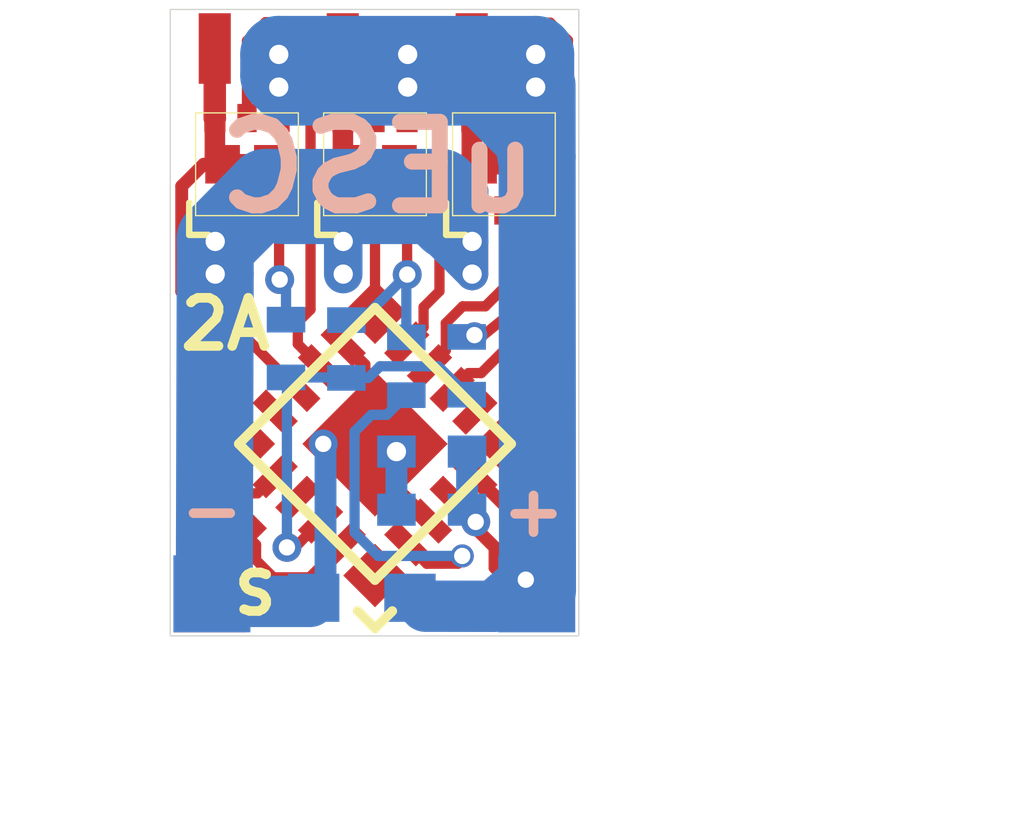
<source format=kicad_pcb>
(kicad_pcb (version 4) (host pcbnew 4.0.7)

  (general
    (links 51)
    (no_connects 1)
    (area 148.271701 89.587549 154.655664 99.365624)
    (thickness 0.8)
    (drawings 11)
    (tracks 235)
    (zones 0)
    (modules 22)
    (nets 23)
  )

  (page A4)
  (layers
    (0 F.Cu signal)
    (31 B.Cu signal)
    (32 B.Adhes user)
    (33 F.Adhes user)
    (34 B.Paste user)
    (35 F.Paste user)
    (36 B.SilkS user)
    (37 F.SilkS user)
    (38 B.Mask user)
    (39 F.Mask user)
    (40 Dwgs.User user)
    (41 Cmts.User user)
    (42 Eco1.User user)
    (43 Eco2.User user)
    (44 Edge.Cuts user)
    (45 Margin user)
    (46 B.CrtYd user)
    (47 F.CrtYd user)
    (48 B.Fab user)
    (49 F.Fab user)
  )

  (setup
    (last_trace_width 0.2)
    (user_trace_width 0.2)
    (user_trace_width 0.32)
    (user_trace_width 0.35)
    (user_trace_width 0.5)
    (user_trace_width 0.6)
    (user_trace_width 0.8)
    (user_trace_width 1.2)
    (trace_clearance 0.16)
    (zone_clearance 0.508)
    (zone_45_only no)
    (trace_min 0.16)
    (segment_width 0.2)
    (edge_width 0.02)
    (via_size 0.4)
    (via_drill 0.254)
    (via_min_size 0.36)
    (via_min_drill 0.254)
    (user_via 0.36 0.254)
    (user_via 0.4 0.254)
    (user_via 0.45 0.254)
    (user_via 0.5 0.3)
    (uvia_size 0.3)
    (uvia_drill 0.1)
    (uvias_allowed no)
    (uvia_min_size 0.2)
    (uvia_min_drill 0.1)
    (pcb_text_width 0.3)
    (pcb_text_size 1.5 1.5)
    (mod_edge_width 0.15)
    (mod_text_size 1 1)
    (mod_text_width 0.15)
    (pad_size 1.524 1.524)
    (pad_drill 0.762)
    (pad_to_mask_clearance 0.05)
    (aux_axis_origin 0 0)
    (visible_elements 7FFFFF7F)
    (pcbplotparams
      (layerselection 0x00030_80000001)
      (usegerberextensions false)
      (excludeedgelayer true)
      (linewidth 0.150000)
      (plotframeref false)
      (viasonmask false)
      (mode 1)
      (useauxorigin false)
      (hpglpennumber 1)
      (hpglpenspeed 20)
      (hpglpendiameter 15)
      (hpglpenoverlay 2)
      (psnegative false)
      (psa4output false)
      (plotreference true)
      (plotvalue true)
      (plotinvisibletext false)
      (padsonsilk false)
      (subtractmaskfromsilk false)
      (outputformat 1)
      (mirror false)
      (drillshape 1)
      (scaleselection 1)
      (outputdirectory ""))
  )

  (net 0 "")
  (net 1 VCC)
  (net 2 GND)
  (net 3 /M_A)
  (net 4 /M_B)
  (net 5 /M_C)
  (net 6 "Net-(Q1-Pad5)")
  (net 7 "Net-(Q1-Pad2)")
  (net 8 "Net-(Q2-Pad5)")
  (net 9 "Net-(Q2-Pad2)")
  (net 10 "Net-(Q3-Pad5)")
  (net 11 "Net-(Q3-Pad2)")
  (net 12 "Net-(R1-Pad1)")
  (net 13 "Net-(R4-Pad2)")
  (net 14 "Net-(R5-Pad2)")
  (net 15 "Net-(R6-Pad2)")
  (net 16 /C2CK)
  (net 17 /RC)
  (net 18 /C2D)
  (net 19 "Net-(U1-Pad16)")
  (net 20 "Net-(U1-Pad15)")
  (net 21 "Net-(U1-Pad18)")
  (net 22 "Net-(U1-Pad7)")

  (net_class Default "This is the default net class."
    (clearance 0.16)
    (trace_width 0.16)
    (via_dia 0.4)
    (via_drill 0.254)
    (uvia_dia 0.3)
    (uvia_drill 0.1)
    (add_net /C2CK)
    (add_net /C2D)
    (add_net /M_A)
    (add_net /M_B)
    (add_net /M_C)
    (add_net /RC)
    (add_net "Net-(Q1-Pad2)")
    (add_net "Net-(Q1-Pad5)")
    (add_net "Net-(Q2-Pad2)")
    (add_net "Net-(Q2-Pad5)")
    (add_net "Net-(Q3-Pad2)")
    (add_net "Net-(Q3-Pad5)")
    (add_net "Net-(R1-Pad1)")
    (add_net "Net-(R4-Pad2)")
    (add_net "Net-(R5-Pad2)")
    (add_net "Net-(R6-Pad2)")
    (add_net "Net-(U1-Pad15)")
    (add_net "Net-(U1-Pad16)")
    (add_net "Net-(U1-Pad18)")
    (add_net "Net-(U1-Pad7)")
  )

  (net_class GND ""
    (clearance 0.16)
    (trace_width 0.34)
    (via_dia 0.5)
    (via_drill 0.3)
    (uvia_dia 0.3)
    (uvia_drill 0.1)
    (add_net GND)
  )

  (net_class VCC ""
    (clearance 0.16)
    (trace_width 0.34)
    (via_dia 0.5)
    (via_drill 0.3)
    (uvia_dia 0.3)
    (uvia_drill 0.1)
    (add_net VCC)
  )

  (module RC_PAD_TRIANGLE (layer F.Cu) (tedit 59EE004C) (tstamp 59EDFDC3)
    (at 148.621113 99.016212 135)
    (path /59EDFE82)
    (fp_text reference J4 (at 0 1.6 135) (layer F.SilkS) hide
      (effects (font (size 1 1) (thickness 0.15)))
    )
    (fp_text value RC (at -0.1 -1.6 135) (layer F.Fab) hide
      (effects (font (size 1 1) (thickness 0.15)))
    )
    (pad 1 smd trapezoid (at 0 0 135) (size 0.8 0.8) (rect_delta 0 0.799 ) (layers F.Cu F.Paste F.Mask)
      (net 17 /RC))
  )

  (module Capacitors_SMD:C_0603 (layer B.Cu) (tedit 59EE000B) (tstamp 59E46930)
    (at 151.265693 98.761653)
    (descr "Capacitor SMD 0603, reflow soldering, AVX (see smccp.pdf)")
    (tags "capacitor 0603")
    (path /59A82F24)
    (attr smd)
    (fp_text reference C1 (at 0 1.5) (layer B.SilkS) hide
      (effects (font (size 1 1) (thickness 0.15)) (justify mirror))
    )
    (fp_text value 47uf (at 0 -1.5) (layer B.Fab) hide
      (effects (font (size 1 1) (thickness 0.15)) (justify mirror))
    )
    (fp_line (start 1.4 -0.65) (end -1.4 -0.65) (layer B.CrtYd) (width 0.05))
    (fp_line (start 1.4 -0.65) (end 1.4 0.65) (layer B.CrtYd) (width 0.05))
    (fp_line (start -1.4 0.65) (end -1.4 -0.65) (layer B.CrtYd) (width 0.05))
    (fp_line (start -1.4 0.65) (end 1.4 0.65) (layer B.CrtYd) (width 0.05))
    (fp_line (start -0.8 0.4) (end 0.8 0.4) (layer B.Fab) (width 0.1))
    (fp_line (start 0.8 0.4) (end 0.8 -0.4) (layer B.Fab) (width 0.1))
    (fp_line (start 0.8 -0.4) (end -0.8 -0.4) (layer B.Fab) (width 0.1))
    (fp_line (start -0.8 -0.4) (end -0.8 0.4) (layer B.Fab) (width 0.1))
    (fp_text user %R (at 0 0) (layer B.Fab)
      (effects (font (size 0.3 0.3) (thickness 0.075)) (justify mirror))
    )
    (pad 2 smd rect (at 0.75 0) (size 0.8 0.75) (layers B.Cu B.Paste B.Mask)
      (net 1 VCC))
    (pad 1 smd rect (at -0.75 0) (size 0.8 0.75) (layers B.Cu B.Paste B.Mask)
      (net 2 GND))
    (model Capacitors_SMD.3dshapes/C_0603.wrl
      (at (xyz 0 0 0))
      (scale (xyz 1 1 1))
      (rotate (xyz 0 0 0))
    )
  )

  (module KiCadCustomLibs:ESC_MOT_PAD_THIN (layer F.Cu) (tedit 59E48129) (tstamp 59E4695D)
    (at 152.976891 90.205661 90)
    (path /59A81475)
    (fp_text reference J3 (at 0 1.6 90) (layer F.SilkS) hide
      (effects (font (size 1 1) (thickness 0.15)))
    )
    (fp_text value C (at -0.1 -1.6 90) (layer F.Fab) hide
      (effects (font (size 1 1) (thickness 0.15)))
    )
    (pad 1 smd rect (at 0 0 90) (size 1.1 0.5) (layers F.Cu F.Paste F.Mask)
      (net 5 /M_C))
  )

  (module Capacitors_SMD:C_0402_NoSilk (layer B.Cu) (tedit 59E49942) (tstamp 59E4693F)
    (at 152.354637 96.48477)
    (descr "Capacitor SMD 0402, reflow soldering, AVX (see smccp.pdf)")
    (tags "capacitor 0402")
    (path /59A82FE9)
    (attr smd)
    (fp_text reference C2 (at 0 1.270001) (layer B.SilkS) hide
      (effects (font (size 1 1) (thickness 0.15)) (justify mirror))
    )
    (fp_text value 100n (at 0 -1.270001) (layer B.Fab) hide
      (effects (font (size 1 1) (thickness 0.15)) (justify mirror))
    )
    (fp_text user %R (at 0 1.270001) (layer B.Fab) hide
      (effects (font (size 1 1) (thickness 0.15)) (justify mirror))
    )
    (fp_line (start -0.5 -0.25) (end -0.5 0.25) (layer B.Fab) (width 0.1))
    (fp_line (start 0.5 -0.25) (end -0.5 -0.25) (layer B.Fab) (width 0.1))
    (fp_line (start 0.5 0.25) (end 0.5 -0.25) (layer B.Fab) (width 0.1))
    (fp_line (start -0.5 0.25) (end 0.5 0.25) (layer B.Fab) (width 0.1))
    (fp_line (start -1 0.4) (end 1 0.4) (layer B.CrtYd) (width 0.05))
    (fp_line (start -1 0.4) (end -1 -0.4) (layer B.CrtYd) (width 0.05))
    (fp_line (start 1 -0.4) (end 1 0.4) (layer B.CrtYd) (width 0.05))
    (fp_line (start 1 -0.4) (end -1 -0.4) (layer B.CrtYd) (width 0.05))
    (pad 1 smd rect (at -0.55 0) (size 0.6 0.5) (layers B.Cu B.Paste B.Mask)
      (net 2 GND))
    (pad 2 smd rect (at 0.55 0) (size 0.6 0.5) (layers B.Cu B.Paste B.Mask)
      (net 1 VCC))
    (model Capacitors_SMD.3dshapes/C_0402.wrl
      (at (xyz 0 0 0))
      (scale (xyz 1 1 1))
      (rotate (xyz 0 0 0))
    )
  )

  (module Capacitors_SMD:C_0402_NoSilk (layer B.Cu) (tedit 59E4996B) (tstamp 59E4694E)
    (at 152.354637 97.389866)
    (descr "Capacitor SMD 0402, reflow soldering, AVX (see smccp.pdf)")
    (tags "capacitor 0402")
    (path /59ADAC97)
    (attr smd)
    (fp_text reference C3 (at 0 1.270001) (layer B.SilkS) hide
      (effects (font (size 1 1) (thickness 0.15)) (justify mirror))
    )
    (fp_text value 10uf (at 0 -1.270001) (layer B.Fab) hide
      (effects (font (size 1 1) (thickness 0.15)) (justify mirror))
    )
    (fp_text user %R (at 0 1.270001) (layer B.Fab) hide
      (effects (font (size 1 1) (thickness 0.15)) (justify mirror))
    )
    (fp_line (start -0.5 -0.25) (end -0.5 0.25) (layer B.Fab) (width 0.1))
    (fp_line (start 0.5 -0.25) (end -0.5 -0.25) (layer B.Fab) (width 0.1))
    (fp_line (start 0.5 0.25) (end 0.5 -0.25) (layer B.Fab) (width 0.1))
    (fp_line (start -0.5 0.25) (end 0.5 0.25) (layer B.Fab) (width 0.1))
    (fp_line (start -1 0.4) (end 1 0.4) (layer B.CrtYd) (width 0.05))
    (fp_line (start -1 0.4) (end -1 -0.4) (layer B.CrtYd) (width 0.05))
    (fp_line (start 1 -0.4) (end 1 0.4) (layer B.CrtYd) (width 0.05))
    (fp_line (start 1 -0.4) (end -1 -0.4) (layer B.CrtYd) (width 0.05))
    (pad 1 smd rect (at -0.55 0) (size 0.6 0.5) (layers B.Cu B.Paste B.Mask)
      (net 2 GND))
    (pad 2 smd rect (at 0.55 0) (size 0.6 0.5) (layers B.Cu B.Paste B.Mask)
      (net 1 VCC))
    (model Capacitors_SMD.3dshapes/C_0402.wrl
      (at (xyz 0 0 0))
      (scale (xyz 1 1 1))
      (rotate (xyz 0 0 0))
    )
  )

  (module KiCadCustomLibs:MicroFet-1.6 (layer F.Cu) (tedit 59E4697F) (tstamp 59E4696F)
    (at 149.476713 92.008784)
    (path /59AD6306)
    (fp_text reference Q1 (at -0.1 6.6) (layer F.SilkS) hide
      (effects (font (size 1 1) (thickness 0.15)))
    )
    (fp_text value DUAL_NP (at 0.4 -9) (layer F.Fab) hide
      (effects (font (size 1 1) (thickness 0.15)))
    )
    (fp_line (start -0.6 1.1) (end -0.9 1.1) (layer F.SilkS) (width 0.1))
    (fp_line (start -0.9 1.1) (end -0.9 0.6) (layer F.SilkS) (width 0.1))
    (fp_line (start -0.8 -0.8) (end 0.8 -0.8) (layer F.SilkS) (width 0.02))
    (fp_line (start 0.8 -0.8) (end 0.8 0.8) (layer F.SilkS) (width 0.02))
    (fp_line (start 0.8 0.8) (end -0.8 0.8) (layer F.SilkS) (width 0.02))
    (fp_line (start -0.8 0.8) (end -0.8 -0.8) (layer F.SilkS) (width 0.02))
    (pad 3 smd rect (at 0.38 0) (size 0.54 0.6) (layers F.Cu F.Paste F.Mask)
      (net 3 /M_A))
    (pad 6 smd rect (at -0.38 0) (size 0.54 0.6) (layers F.Cu F.Paste F.Mask)
      (net 3 /M_A))
    (pad 6 smd rect (at -0.5 -0.72) (size 0.33 0.44) (layers F.Cu F.Paste F.Mask)
      (net 3 /M_A))
    (pad 5 smd rect (at 0 -0.72) (size 0.3 0.44) (layers F.Cu F.Paste F.Mask)
      (net 6 "Net-(Q1-Pad5)"))
    (pad 4 smd rect (at 0.5 -0.72) (size 0.33 0.44) (layers F.Cu F.Paste F.Mask)
      (net 1 VCC))
    (pad 3 smd rect (at 0.5 0.72) (size 0.33 0.44) (layers F.Cu F.Paste F.Mask)
      (net 3 /M_A))
    (pad 2 smd rect (at 0 0.72) (size 0.3 0.44) (layers F.Cu F.Paste F.Mask)
      (net 7 "Net-(Q1-Pad2)"))
    (pad 1 smd rect (at -0.5 0.72) (size 0.33 0.44) (layers F.Cu F.Paste F.Mask)
      (net 2 GND))
    (model Housings_DFN_QFN.3dshapes/DFN-6-1EP_2x2mm_Pitch0.65mm.wrl
      (at (xyz 0 0 0))
      (scale (xyz 0.8 0.8 0.8))
      (rotate (xyz 0 0 -90))
    )
  )

  (module KiCadCustomLibs:MicroFet-1.6 (layer F.Cu) (tedit 59D35907) (tstamp 59E46981)
    (at 151.470754 92.008784)
    (path /59AD7CBF)
    (fp_text reference Q2 (at -0.1 6.6) (layer F.SilkS) hide
      (effects (font (size 1 1) (thickness 0.15)))
    )
    (fp_text value DUAL_NP (at 0.4 -9) (layer F.Fab) hide
      (effects (font (size 1 1) (thickness 0.15)))
    )
    (fp_line (start -0.6 1.1) (end -0.9 1.1) (layer F.SilkS) (width 0.1))
    (fp_line (start -0.9 1.1) (end -0.9 0.6) (layer F.SilkS) (width 0.1))
    (fp_line (start -0.8 -0.8) (end 0.8 -0.8) (layer F.SilkS) (width 0.02))
    (fp_line (start 0.8 -0.8) (end 0.8 0.8) (layer F.SilkS) (width 0.02))
    (fp_line (start 0.8 0.8) (end -0.8 0.8) (layer F.SilkS) (width 0.02))
    (fp_line (start -0.8 0.8) (end -0.8 -0.8) (layer F.SilkS) (width 0.02))
    (pad 3 smd rect (at 0.38 0) (size 0.54 0.6) (layers F.Cu F.Paste F.Mask)
      (net 4 /M_B))
    (pad 6 smd rect (at -0.38 0) (size 0.54 0.6) (layers F.Cu F.Paste F.Mask)
      (net 4 /M_B))
    (pad 6 smd rect (at -0.5 -0.72) (size 0.33 0.44) (layers F.Cu F.Paste F.Mask)
      (net 4 /M_B))
    (pad 5 smd rect (at 0 -0.72) (size 0.3 0.44) (layers F.Cu F.Paste F.Mask)
      (net 8 "Net-(Q2-Pad5)"))
    (pad 4 smd rect (at 0.5 -0.72) (size 0.33 0.44) (layers F.Cu F.Paste F.Mask)
      (net 1 VCC))
    (pad 3 smd rect (at 0.5 0.72) (size 0.33 0.44) (layers F.Cu F.Paste F.Mask)
      (net 4 /M_B))
    (pad 2 smd rect (at 0 0.72) (size 0.3 0.44) (layers F.Cu F.Paste F.Mask)
      (net 9 "Net-(Q2-Pad2)"))
    (pad 1 smd rect (at -0.5 0.72) (size 0.33 0.44) (layers F.Cu F.Paste F.Mask)
      (net 2 GND))
    (model Housings_DFN_QFN.3dshapes/DFN-6-1EP_2x2mm_Pitch0.65mm.wrl
      (at (xyz 0 0 0))
      (scale (xyz 0.8 0.8 0.8))
      (rotate (xyz 0 0 -90))
    )
  )

  (module KiCadCustomLibs:MicroFet-1.6 (layer F.Cu) (tedit 59D35907) (tstamp 59E46993)
    (at 153.478937 92.008784)
    (path /59AD8CAA)
    (fp_text reference Q3 (at -0.1 6.6) (layer F.SilkS) hide
      (effects (font (size 1 1) (thickness 0.15)))
    )
    (fp_text value DUAL_NP (at 0.4 -9) (layer F.Fab) hide
      (effects (font (size 1 1) (thickness 0.15)))
    )
    (fp_line (start -0.6 1.1) (end -0.9 1.1) (layer F.SilkS) (width 0.1))
    (fp_line (start -0.9 1.1) (end -0.9 0.6) (layer F.SilkS) (width 0.1))
    (fp_line (start -0.8 -0.8) (end 0.8 -0.8) (layer F.SilkS) (width 0.02))
    (fp_line (start 0.8 -0.8) (end 0.8 0.8) (layer F.SilkS) (width 0.02))
    (fp_line (start 0.8 0.8) (end -0.8 0.8) (layer F.SilkS) (width 0.02))
    (fp_line (start -0.8 0.8) (end -0.8 -0.8) (layer F.SilkS) (width 0.02))
    (pad 3 smd rect (at 0.38 0) (size 0.54 0.6) (layers F.Cu F.Paste F.Mask)
      (net 5 /M_C))
    (pad 6 smd rect (at -0.38 0) (size 0.54 0.6) (layers F.Cu F.Paste F.Mask)
      (net 5 /M_C))
    (pad 6 smd rect (at -0.5 -0.72) (size 0.33 0.44) (layers F.Cu F.Paste F.Mask)
      (net 5 /M_C))
    (pad 5 smd rect (at 0 -0.72) (size 0.3 0.44) (layers F.Cu F.Paste F.Mask)
      (net 10 "Net-(Q3-Pad5)"))
    (pad 4 smd rect (at 0.5 -0.72) (size 0.33 0.44) (layers F.Cu F.Paste F.Mask)
      (net 1 VCC))
    (pad 3 smd rect (at 0.5 0.72) (size 0.33 0.44) (layers F.Cu F.Paste F.Mask)
      (net 5 /M_C))
    (pad 2 smd rect (at 0 0.72) (size 0.3 0.44) (layers F.Cu F.Paste F.Mask)
      (net 11 "Net-(Q3-Pad2)"))
    (pad 1 smd rect (at -0.5 0.72) (size 0.33 0.44) (layers F.Cu F.Paste F.Mask)
      (net 2 GND))
    (model Housings_DFN_QFN.3dshapes/DFN-6-1EP_2x2mm_Pitch0.65mm.wrl
      (at (xyz 0 0 0))
      (scale (xyz 0.8 0.8 0.8))
      (rotate (xyz 0 0 -90))
    )
  )

  (module Resistors_SMD:R_0402_NoSilk (layer B.Cu) (tedit 59E46A0B) (tstamp 59E469A2)
    (at 150.084824 94.879637 90)
    (descr "Resistor SMD 0402, reflow soldering, Vishay (see dcrcw.pdf)")
    (tags "resistor 0402")
    (path /59A7F99D)
    (attr smd)
    (fp_text reference R1 (at 0 1.2 90) (layer B.SilkS) hide
      (effects (font (size 1 1) (thickness 0.15)) (justify mirror))
    )
    (fp_text value 1K (at 0 -1.249999 90) (layer B.Fab) hide
      (effects (font (size 1 1) (thickness 0.15)) (justify mirror))
    )
    (fp_text user %R (at 0 1.2 90) (layer B.Fab) hide
      (effects (font (size 1 1) (thickness 0.15)) (justify mirror))
    )
    (fp_line (start -0.5 -0.25) (end -0.5 0.25) (layer B.Fab) (width 0.1))
    (fp_line (start 0.5 -0.25) (end -0.5 -0.25) (layer B.Fab) (width 0.1))
    (fp_line (start 0.5 0.25) (end 0.5 -0.25) (layer B.Fab) (width 0.1))
    (fp_line (start -0.5 0.25) (end 0.5 0.25) (layer B.Fab) (width 0.1))
    (fp_line (start -0.8 0.45) (end 0.8 0.45) (layer B.CrtYd) (width 0.05))
    (fp_line (start -0.8 0.45) (end -0.8 -0.45) (layer B.CrtYd) (width 0.05))
    (fp_line (start 0.8 -0.45) (end 0.8 0.45) (layer B.CrtYd) (width 0.05))
    (fp_line (start 0.8 -0.45) (end -0.8 -0.45) (layer B.CrtYd) (width 0.05))
    (pad 1 smd rect (at -0.45 0 90) (size 0.4 0.6) (layers B.Cu B.Paste B.Mask)
      (net 12 "Net-(R1-Pad1)"))
    (pad 2 smd rect (at 0.45 0 90) (size 0.4 0.6) (layers B.Cu B.Paste B.Mask)
      (net 3 /M_A))
    (model ${KISYS3DMOD}/Resistors_SMD.3dshapes/R_0402.wrl
      (at (xyz 0 0 0))
      (scale (xyz 1 1 1))
      (rotate (xyz 0 0 0))
    )
  )

  (module Resistors_SMD:R_0402_NoSilk (layer B.Cu) (tedit 59E46A76) (tstamp 59E469B1)
    (at 151.025277 94.886708 90)
    (descr "Resistor SMD 0402, reflow soldering, Vishay (see dcrcw.pdf)")
    (tags "resistor 0402")
    (path /59A7FF7B)
    (attr smd)
    (fp_text reference R2 (at 0 1.2 90) (layer B.SilkS) hide
      (effects (font (size 1 1) (thickness 0.15)) (justify mirror))
    )
    (fp_text value 1K (at 0 -1.249999 90) (layer B.Fab) hide
      (effects (font (size 1 1) (thickness 0.15)) (justify mirror))
    )
    (fp_text user %R (at 0 1.2 90) (layer B.Fab) hide
      (effects (font (size 1 1) (thickness 0.15)) (justify mirror))
    )
    (fp_line (start -0.5 -0.25) (end -0.5 0.25) (layer B.Fab) (width 0.1))
    (fp_line (start 0.5 -0.25) (end -0.5 -0.25) (layer B.Fab) (width 0.1))
    (fp_line (start 0.5 0.25) (end 0.5 -0.25) (layer B.Fab) (width 0.1))
    (fp_line (start -0.5 0.25) (end 0.5 0.25) (layer B.Fab) (width 0.1))
    (fp_line (start -0.8 0.45) (end 0.8 0.45) (layer B.CrtYd) (width 0.05))
    (fp_line (start -0.8 0.45) (end -0.8 -0.45) (layer B.CrtYd) (width 0.05))
    (fp_line (start 0.8 -0.45) (end 0.8 0.45) (layer B.CrtYd) (width 0.05))
    (fp_line (start 0.8 -0.45) (end -0.8 -0.45) (layer B.CrtYd) (width 0.05))
    (pad 1 smd rect (at -0.45 0 90) (size 0.4 0.6) (layers B.Cu B.Paste B.Mask)
      (net 12 "Net-(R1-Pad1)"))
    (pad 2 smd rect (at 0.45 0 90) (size 0.4 0.6) (layers B.Cu B.Paste B.Mask)
      (net 4 /M_B))
    (model ${KISYS3DMOD}/Resistors_SMD.3dshapes/R_0402.wrl
      (at (xyz 0 0 0))
      (scale (xyz 1 1 1))
      (rotate (xyz 0 0 0))
    )
  )

  (module Resistors_SMD:R_0402_NoSilk (layer B.Cu) (tedit 59E46A79) (tstamp 59E469C0)
    (at 152.899109 95.148338 90)
    (descr "Resistor SMD 0402, reflow soldering, Vishay (see dcrcw.pdf)")
    (tags "resistor 0402")
    (path /59A7FFAD)
    (attr smd)
    (fp_text reference R3 (at 0 1.2 90) (layer B.SilkS) hide
      (effects (font (size 1 1) (thickness 0.15)) (justify mirror))
    )
    (fp_text value 1K (at 0 -1.25 90) (layer B.Fab) hide
      (effects (font (size 1 1) (thickness 0.15)) (justify mirror))
    )
    (fp_text user %R (at 0 1.2 90) (layer B.Fab) hide
      (effects (font (size 1 1) (thickness 0.15)) (justify mirror))
    )
    (fp_line (start -0.5 -0.25) (end -0.5 0.25) (layer B.Fab) (width 0.1))
    (fp_line (start 0.5 -0.25) (end -0.5 -0.25) (layer B.Fab) (width 0.1))
    (fp_line (start 0.5 0.25) (end 0.5 -0.25) (layer B.Fab) (width 0.1))
    (fp_line (start -0.5 0.25) (end 0.5 0.25) (layer B.Fab) (width 0.1))
    (fp_line (start -0.8 0.45) (end 0.8 0.45) (layer B.CrtYd) (width 0.05))
    (fp_line (start -0.8 0.45) (end -0.8 -0.45) (layer B.CrtYd) (width 0.05))
    (fp_line (start 0.8 -0.45) (end 0.8 0.45) (layer B.CrtYd) (width 0.05))
    (fp_line (start 0.8 -0.45) (end -0.8 -0.45) (layer B.CrtYd) (width 0.05))
    (pad 1 smd rect (at -0.45 0 90) (size 0.4 0.6) (layers B.Cu B.Paste B.Mask)
      (net 12 "Net-(R1-Pad1)"))
    (pad 2 smd rect (at 0.45 0 90) (size 0.4 0.6) (layers B.Cu B.Paste B.Mask)
      (net 5 /M_C))
    (model ${KISYS3DMOD}/Resistors_SMD.3dshapes/R_0402.wrl
      (at (xyz 0 0 0))
      (scale (xyz 1 1 1))
      (rotate (xyz 0 0 0))
    )
  )

  (module Resistors_SMD:R_0402_NoSilk (layer F.Cu) (tedit 59E495AD) (tstamp 59E469CF)
    (at 149.116088 97.432293 315)
    (descr "Resistor SMD 0402, reflow soldering, Vishay (see dcrcw.pdf)")
    (tags "resistor 0402")
    (path /59A80BF5)
    (attr smd)
    (fp_text reference R4 (at 0 -1.2 315) (layer F.SilkS) hide
      (effects (font (size 1 1) (thickness 0.15)))
    )
    (fp_text value 10K (at 0 1.249999 315) (layer F.Fab) hide
      (effects (font (size 1 1) (thickness 0.15)))
    )
    (fp_text user %R (at 0 -1.2 315) (layer F.Fab) hide
      (effects (font (size 1 1) (thickness 0.15)))
    )
    (fp_line (start -0.5 0.25) (end -0.5 -0.25) (layer F.Fab) (width 0.1))
    (fp_line (start 0.5 0.25) (end -0.5 0.25) (layer F.Fab) (width 0.1))
    (fp_line (start 0.5 -0.25) (end 0.5 0.25) (layer F.Fab) (width 0.1))
    (fp_line (start -0.5 -0.25) (end 0.5 -0.25) (layer F.Fab) (width 0.1))
    (fp_line (start -0.8 -0.45) (end 0.8 -0.45) (layer F.CrtYd) (width 0.05))
    (fp_line (start -0.8 -0.45) (end -0.8 0.45) (layer F.CrtYd) (width 0.05))
    (fp_line (start 0.8 0.45) (end 0.8 -0.45) (layer F.CrtYd) (width 0.05))
    (fp_line (start 0.8 0.45) (end -0.8 0.45) (layer F.CrtYd) (width 0.05))
    (pad 1 smd rect (at -0.45 0 315) (size 0.4 0.6) (layers F.Cu F.Paste F.Mask)
      (net 3 /M_A))
    (pad 2 smd rect (at 0.45 0 315) (size 0.4 0.6) (layers F.Cu F.Paste F.Mask)
      (net 13 "Net-(R4-Pad2)"))
    (model ${KISYS3DMOD}/Resistors_SMD.3dshapes/R_0402.wrl
      (at (xyz 0 0 0))
      (scale (xyz 1 1 1))
      (rotate (xyz 0 0 0))
    )
  )

  (module Resistors_SMD:R_0402_NoSilk (layer B.Cu) (tedit 59E4955F) (tstamp 59E469DE)
    (at 151.958657 95.155409 270)
    (descr "Resistor SMD 0402, reflow soldering, Vishay (see dcrcw.pdf)")
    (tags "resistor 0402")
    (path /59A80BBC)
    (attr smd)
    (fp_text reference R5 (at 0 1.2 270) (layer B.SilkS) hide
      (effects (font (size 1 1) (thickness 0.15)) (justify mirror))
    )
    (fp_text value 10K (at 0 -1.25 270) (layer B.Fab) hide
      (effects (font (size 1 1) (thickness 0.15)) (justify mirror))
    )
    (fp_text user %R (at 0 1.2 270) (layer B.Fab) hide
      (effects (font (size 1 1) (thickness 0.15)) (justify mirror))
    )
    (fp_line (start -0.5 -0.25) (end -0.5 0.25) (layer B.Fab) (width 0.1))
    (fp_line (start 0.5 -0.25) (end -0.5 -0.25) (layer B.Fab) (width 0.1))
    (fp_line (start 0.5 0.25) (end 0.5 -0.25) (layer B.Fab) (width 0.1))
    (fp_line (start -0.5 0.25) (end 0.5 0.25) (layer B.Fab) (width 0.1))
    (fp_line (start -0.8 0.45) (end 0.8 0.45) (layer B.CrtYd) (width 0.05))
    (fp_line (start -0.8 0.45) (end -0.8 -0.45) (layer B.CrtYd) (width 0.05))
    (fp_line (start 0.8 -0.45) (end 0.8 0.45) (layer B.CrtYd) (width 0.05))
    (fp_line (start 0.8 -0.45) (end -0.8 -0.45) (layer B.CrtYd) (width 0.05))
    (pad 1 smd rect (at -0.45 0 270) (size 0.4 0.6) (layers B.Cu B.Paste B.Mask)
      (net 4 /M_B))
    (pad 2 smd rect (at 0.45 0 270) (size 0.4 0.6) (layers B.Cu B.Paste B.Mask)
      (net 14 "Net-(R5-Pad2)"))
    (model ${KISYS3DMOD}/Resistors_SMD.3dshapes/R_0402.wrl
      (at (xyz 0 0 0))
      (scale (xyz 1 1 1))
      (rotate (xyz 0 0 0))
    )
  )

  (module Resistors_SMD:R_0402_NoSilk (layer F.Cu) (tedit 59E4734E) (tstamp 59E469ED)
    (at 153.924414 94.858424 270)
    (descr "Resistor SMD 0402, reflow soldering, Vishay (see dcrcw.pdf)")
    (tags "resistor 0402")
    (path /59A80A6C)
    (attr smd)
    (fp_text reference R6 (at 0 -1.2 270) (layer F.SilkS) hide
      (effects (font (size 1 1) (thickness 0.15)))
    )
    (fp_text value 10K (at 0 1.25 270) (layer F.Fab) hide
      (effects (font (size 1 1) (thickness 0.15)))
    )
    (fp_text user %R (at 0 -1.2 270) (layer F.Fab) hide
      (effects (font (size 1 1) (thickness 0.15)))
    )
    (fp_line (start -0.5 0.25) (end -0.5 -0.25) (layer F.Fab) (width 0.1))
    (fp_line (start 0.5 0.25) (end -0.5 0.25) (layer F.Fab) (width 0.1))
    (fp_line (start 0.5 -0.25) (end 0.5 0.25) (layer F.Fab) (width 0.1))
    (fp_line (start -0.5 -0.25) (end 0.5 -0.25) (layer F.Fab) (width 0.1))
    (fp_line (start -0.8 -0.45) (end 0.8 -0.45) (layer F.CrtYd) (width 0.05))
    (fp_line (start -0.8 -0.45) (end -0.8 0.45) (layer F.CrtYd) (width 0.05))
    (fp_line (start 0.8 0.45) (end 0.8 -0.45) (layer F.CrtYd) (width 0.05))
    (fp_line (start 0.8 0.45) (end -0.8 0.45) (layer F.CrtYd) (width 0.05))
    (pad 1 smd rect (at -0.45 0 270) (size 0.4 0.6) (layers F.Cu F.Paste F.Mask)
      (net 5 /M_C))
    (pad 2 smd rect (at 0.45 0 270) (size 0.4 0.6) (layers F.Cu F.Paste F.Mask)
      (net 15 "Net-(R6-Pad2)"))
    (model ${KISYS3DMOD}/Resistors_SMD.3dshapes/R_0402.wrl
      (at (xyz 0 0 0))
      (scale (xyz 1 1 1))
      (rotate (xyz 0 0 0))
    )
  )

  (module Resistors_SMD:R_0402_NoSilk (layer F.Cu) (tedit 59E49F4C) (tstamp 59E469FC)
    (at 153.82 98.03 90)
    (descr "Resistor SMD 0402, reflow soldering, Vishay (see dcrcw.pdf)")
    (tags "resistor 0402")
    (path /59A847AF)
    (attr smd)
    (fp_text reference R7 (at 0 -1.2 90) (layer F.SilkS) hide
      (effects (font (size 1 1) (thickness 0.15)))
    )
    (fp_text value 1K (at 0 1.25 90) (layer F.Fab) hide
      (effects (font (size 1 1) (thickness 0.15)))
    )
    (fp_text user %R (at 0 -1.2 90) (layer F.Fab) hide
      (effects (font (size 1 1) (thickness 0.15)))
    )
    (fp_line (start -0.5 0.25) (end -0.5 -0.25) (layer F.Fab) (width 0.1))
    (fp_line (start 0.5 0.25) (end -0.5 0.25) (layer F.Fab) (width 0.1))
    (fp_line (start 0.5 -0.25) (end 0.5 0.25) (layer F.Fab) (width 0.1))
    (fp_line (start -0.5 -0.25) (end 0.5 -0.25) (layer F.Fab) (width 0.1))
    (fp_line (start -0.8 -0.45) (end 0.8 -0.45) (layer F.CrtYd) (width 0.05))
    (fp_line (start -0.8 -0.45) (end -0.8 0.45) (layer F.CrtYd) (width 0.05))
    (fp_line (start 0.8 0.45) (end 0.8 -0.45) (layer F.CrtYd) (width 0.05))
    (fp_line (start 0.8 0.45) (end -0.8 0.45) (layer F.CrtYd) (width 0.05))
    (pad 1 smd rect (at -0.45 0 90) (size 0.4 0.6) (layers F.Cu F.Paste F.Mask)
      (net 1 VCC))
    (pad 2 smd rect (at 0.45 0 90) (size 0.4 0.6) (layers F.Cu F.Paste F.Mask)
      (net 16 /C2CK))
    (model ${KISYS3DMOD}/Resistors_SMD.3dshapes/R_0402.wrl
      (at (xyz 0 0 0))
      (scale (xyz 1 1 1))
      (rotate (xyz 0 0 0))
    )
  )

  (module KiCadCustomLibs:QFN20 (layer F.Cu) (tedit 59A7EE18) (tstamp 59E46A1B)
    (at 151.470754 96.364562 45)
    (path /59A8233C)
    (fp_text reference U1 (at -0.127 3.302 45) (layer F.SilkS) hide
      (effects (font (size 1 1) (thickness 0.15)))
    )
    (fp_text value EFM8BB21 (at 0.381 5.08 45) (layer F.SilkS) hide
      (effects (font (size 1 1) (thickness 0.15)))
    )
    (fp_line (start -1.651 2.032) (end -2.032 2.032) (layer F.SilkS) (width 0.15))
    (fp_line (start -2.032 2.032) (end -2.032 1.651) (layer F.SilkS) (width 0.15))
    (fp_line (start -1.5 -1.5) (end -1.5 1.5) (layer F.SilkS) (width 0.15))
    (fp_line (start 1.5 -1.5) (end -1.5 -1.5) (layer F.SilkS) (width 0.15))
    (fp_line (start 1.5 1.5) (end 1.5 -1.5) (layer F.SilkS) (width 0.15))
    (fp_line (start -1.5 1.5) (end 1.5 1.5) (layer F.SilkS) (width 0.15))
    (pad 1 smd rect (at -1.45 1.45 45) (size 0.7 0.7) (layers F.Cu F.Paste F.Mask)
      (net 15 "Net-(R6-Pad2)"))
    (pad 16 smd rect (at -1.45 -1.45 45) (size 0.7 0.7) (layers F.Cu F.Paste F.Mask)
      (net 19 "Net-(U1-Pad16)"))
    (pad 21 smd rect (at 0 0 45) (size 1.6 1.6) (layers F.Cu F.Paste F.Mask)
      (net 2 GND))
    (pad 20 smd rect (at -1.45 0.75 135) (size 0.3 0.7) (layers F.Cu F.Paste F.Mask)
      (net 13 "Net-(R4-Pad2)"))
    (pad 14 smd rect (at -0.25 -1.45 45) (size 0.3 0.7) (layers F.Cu F.Paste F.Mask)
      (net 7 "Net-(Q1-Pad2)"))
    (pad 15 smd rect (at -0.75 -1.45 45) (size 0.3 0.7) (layers F.Cu F.Paste F.Mask)
      (net 20 "Net-(U1-Pad15)"))
    (pad 13 smd rect (at 0.25 -1.45 45) (size 0.3 0.7) (layers F.Cu F.Paste F.Mask)
      (net 6 "Net-(Q1-Pad5)"))
    (pad 19 smd rect (at -1.45 0.25 135) (size 0.3 0.7) (layers F.Cu F.Paste F.Mask)
      (net 12 "Net-(R1-Pad1)"))
    (pad 18 smd rect (at -1.45 -0.25 135) (size 0.3 0.7) (layers F.Cu F.Paste F.Mask)
      (net 21 "Net-(U1-Pad18)"))
    (pad 17 smd rect (at -1.45 -0.75 135) (size 0.3 0.7) (layers F.Cu F.Paste F.Mask)
      (net 17 /RC))
    (pad 12 smd rect (at 0.75 -1.45 45) (size 0.3 0.7) (layers F.Cu F.Paste F.Mask)
      (net 2 GND))
    (pad 11 smd rect (at 1.45 -1.45 45) (size 0.7 0.7) (layers F.Cu F.Paste F.Mask)
      (net 9 "Net-(Q2-Pad2)"))
    (pad 10 smd rect (at 1.45 -0.75 135) (size 0.3 0.7) (layers F.Cu F.Paste F.Mask)
      (net 8 "Net-(Q2-Pad5)"))
    (pad 6 smd rect (at 1.45 1.45 45) (size 0.7 0.7) (layers F.Cu F.Paste F.Mask)
      (net 18 /C2D))
    (pad 7 smd rect (at 1.45 0.75 135) (size 0.3 0.7) (layers F.Cu F.Paste F.Mask)
      (net 22 "Net-(U1-Pad7)"))
    (pad 9 smd rect (at 1.45 -0.25 135) (size 0.3 0.7) (layers F.Cu F.Paste F.Mask)
      (net 11 "Net-(Q3-Pad2)"))
    (pad 8 smd rect (at 1.45 0.25 135) (size 0.3 0.7) (layers F.Cu F.Paste F.Mask)
      (net 10 "Net-(Q3-Pad5)"))
    (pad 5 smd rect (at 0.75 1.45 45) (size 0.3 0.7) (layers F.Cu F.Paste F.Mask)
      (net 16 /C2CK))
    (pad 4 smd rect (at 0.25 1.45 45) (size 0.3 0.7) (layers F.Cu F.Paste F.Mask)
      (net 1 VCC))
    (pad 3 smd rect (at -0.25 1.45 45) (size 0.3 0.7) (layers F.Cu F.Paste F.Mask)
      (net 2 GND))
    (pad 2 smd rect (at -0.75 1.45 45) (size 0.3 0.7) (layers F.Cu F.Paste F.Mask)
      (net 14 "Net-(R5-Pad2)"))
    (model Housings_DFN_QFN.3dshapes/QFN-16-1EP_3x3mm_Pitch0.5mm.wrl
      (at (xyz 0 0 0))
      (scale (xyz 1 1 1))
      (rotate (xyz 0 0 -90))
    )
  )

  (module KiCadCustomLibs:ESC_MOT_PAD_THIN (layer F.Cu) (tedit 59E48129) (tstamp 59E46958)
    (at 150.968708 90.205661 90)
    (path /59A81397)
    (fp_text reference J2 (at 0 1.6 90) (layer F.SilkS) hide
      (effects (font (size 1 1) (thickness 0.15)))
    )
    (fp_text value B (at -0.1 -1.6 90) (layer F.Fab) hide
      (effects (font (size 1 1) (thickness 0.15)))
    )
    (pad 1 smd rect (at 0 0 90) (size 1.1 0.5) (layers F.Cu F.Paste F.Mask)
      (net 4 /M_B))
  )

  (module KiCadCustomLibs:ESC_MOT_PAD_THIN (layer F.Cu) (tedit 59E48129) (tstamp 59E46953)
    (at 148.974667 90.205661 90)
    (path /59A81331)
    (fp_text reference J1 (at 0 1.6 90) (layer F.SilkS) hide
      (effects (font (size 1 1) (thickness 0.15)))
    )
    (fp_text value A (at -0.1 -1.6 90) (layer F.Fab) hide
      (effects (font (size 1 1) (thickness 0.15)))
    )
    (pad 1 smd rect (at 0 0 90) (size 1.1 0.5) (layers F.Cu F.Paste F.Mask)
      (net 3 /M_A))
  )

  (module KiCadCustomLibs:ESC_PWR_PAD (layer B.Cu) (tedit 59AD59DE) (tstamp 5A44C25F)
    (at 148.93 98.7)
    (path /5A44C7BC)
    (fp_text reference J5 (at 0 -1.6) (layer B.SilkS) hide
      (effects (font (size 1 1) (thickness 0.15)) (justify mirror))
    )
    (fp_text value G (at -0.1 1.6) (layer B.Fab) hide
      (effects (font (size 1 1) (thickness 0.15)) (justify mirror))
    )
    (pad 1 smd rect (at 0 0) (size 1.2 1.2) (layers B.Cu B.Paste B.Mask)
      (net 2 GND))
  )

  (module KiCadCustomLibs:ESC_PWR_PAD (layer B.Cu) (tedit 59AD59DE) (tstamp 5A44C264)
    (at 153.99 98.7)
    (path /5A44CA4A)
    (fp_text reference J6 (at 0 -1.6) (layer B.SilkS) hide
      (effects (font (size 1 1) (thickness 0.15)) (justify mirror))
    )
    (fp_text value V (at -0.1 1.6) (layer B.Fab) hide
      (effects (font (size 1 1) (thickness 0.15)) (justify mirror))
    )
    (pad 1 smd rect (at 0 0) (size 1.2 1.2) (layers B.Cu B.Paste B.Mask)
      (net 1 VCC))
  )

  (module KiCadCustomLibs:Test_PAD_0.6X0.4 (layer F.Cu) (tedit 5A2A47F5) (tstamp 5A44C269)
    (at 153.81 97.34)
    (path /5A44C22E)
    (fp_text reference J7 (at 0 2) (layer F.SilkS) hide
      (effects (font (size 1 1) (thickness 0.15)))
    )
    (fp_text value C (at 0.1 -2) (layer F.Fab) hide
      (effects (font (size 1 1) (thickness 0.15)))
    )
    (pad 1 smd oval (at 0 0) (size 0.4 0.6) (layers F.Cu F.Mask)
      (net 16 /C2CK))
  )

  (module KiCadCustomLibs:Test_PAD_0.6X0.4 (layer F.Cu) (tedit 5A2A47F5) (tstamp 5A44C26E)
    (at 153.82 96.05 135)
    (path /5A44C416)
    (fp_text reference J8 (at 0 2 135) (layer F.SilkS) hide
      (effects (font (size 1 1) (thickness 0.15)))
    )
    (fp_text value D (at 0.1 -2 135) (layer F.Fab) hide
      (effects (font (size 1 1) (thickness 0.15)))
    )
    (pad 1 smd oval (at 0 0 135) (size 0.4 0.6) (layers F.Cu F.Mask)
      (net 18 /C2D))
  )

  (gr_text uESC (at 151.52 92.06) (layer B.SilkS)
    (effects (font (size 1.3 1.3) (thickness 0.25)) (justify mirror))
  )
  (dimension 6.37 (width 0.3) (layer Dwgs.User)
    (gr_text "6,370 mm" (at 151.465 103.12) (layer Dwgs.User)
      (effects (font (size 1.5 1.5) (thickness 0.3)))
    )
    (feature1 (pts (xy 148.28 99.36) (xy 148.28 104.47)))
    (feature2 (pts (xy 154.65 99.36) (xy 154.65 104.47)))
    (crossbar (pts (xy 154.65 101.77) (xy 148.28 101.77)))
    (arrow1a (pts (xy 148.28 101.77) (xy 149.406504 101.183579)))
    (arrow1b (pts (xy 148.28 101.77) (xy 149.406504 102.356421)))
    (arrow2a (pts (xy 154.65 101.77) (xy 153.523496 101.183579)))
    (arrow2b (pts (xy 154.65 101.77) (xy 153.523496 102.356421)))
  )
  (dimension 9.76 (width 0.3) (layer Dwgs.User)
    (gr_text "9,760 mm" (at 158.92 94.48 270) (layer Dwgs.User)
      (effects (font (size 1.5 1.5) (thickness 0.3)))
    )
    (feature1 (pts (xy 154.64 99.36) (xy 160.27 99.36)))
    (feature2 (pts (xy 154.64 89.6) (xy 160.27 89.6)))
    (crossbar (pts (xy 157.57 89.6) (xy 157.57 99.36)))
    (arrow1a (pts (xy 157.57 99.36) (xy 156.983579 98.233496)))
    (arrow1b (pts (xy 157.57 99.36) (xy 158.156421 98.233496)))
    (arrow2a (pts (xy 157.57 89.6) (xy 156.983579 90.726504)))
    (arrow2b (pts (xy 157.57 89.6) (xy 158.156421 90.726504)))
  )
  (gr_text - (at 148.93 97.39) (layer B.SilkS)
    (effects (font (size 0.75 0.75) (thickness 0.15)) (justify mirror))
  )
  (gr_text + (at 153.94 97.4) (layer B.SilkS)
    (effects (font (size 0.75 0.75) (thickness 0.15)) (justify mirror))
  )
  (gr_text 2A (at 149.14 94.5) (layer F.SilkS)
    (effects (font (size 0.75 0.75) (thickness 0.15)))
  )
  (gr_text S (at 149.603992 98.698014) (layer F.SilkS)
    (effects (font (size 0.6 0.6) (thickness 0.15)))
  )
  (gr_line (start 154.645663 99.355623) (end 154.645663 89.59755) (angle 90) (layer Edge.Cuts) (width 0.02))
  (gr_line (start 148.281702 89.59755) (end 148.281702 99.355623) (angle 90) (layer Edge.Cuts) (width 0.02))
  (gr_line (start 154.645663 89.59755) (end 148.281702 89.59755) (angle 90) (layer Edge.Cuts) (width 0.02) (tstamp 59E46A2D))
  (gr_line (start 154.645663 99.355623) (end 148.281702 99.355623) (angle 90) (layer Edge.Cuts) (width 0.02))

  (segment (start 153.04 97.58) (end 153.04 97.68) (width 0.2) (layer F.Cu) (net 1))
  (segment (start 153.34 98.29) (end 153.53 98.48) (width 0.2) (layer F.Cu) (net 1) (tstamp 5A44C703))
  (segment (start 153.34 97.98) (end 153.34 98.29) (width 0.2) (layer F.Cu) (net 1) (tstamp 5A44C6FA))
  (segment (start 153.04 97.68) (end 153.34 97.98) (width 0.2) (layer F.Cu) (net 1) (tstamp 5A44C6F7))
  (segment (start 153.53 98.48) (end 153.82 98.48) (width 0.2) (layer F.Cu) (net 1) (tstamp 5A44C708) (status C00000))
  (via (at 153.82 98.48) (size 0.45) (drill 0.254) (layers F.Cu B.Cu) (net 1) (status C00000))
  (segment (start 153.82 98.48) (end 153.99 98.65) (width 0.2) (layer B.Cu) (net 1) (tstamp 5A44C6CA) (status C00000))
  (segment (start 153.99 98.65) (end 153.99 98.7) (width 0.2) (layer B.Cu) (net 1) (tstamp 5A44C6CB) (status C00000))
  (segment (start 153.722194 98.577806) (end 153.82 98.48) (width 0.2) (layer F.Cu) (net 1) (tstamp 5A44C4B5) (status C00000))
  (segment (start 152.672835 97.21309) (end 153.04 97.58) (width 0.2) (layer F.Cu) (net 1))
  (segment (start 153.04 97.58) (end 153.04 97.524975) (width 0.2) (layer B.Cu) (net 1) (tstamp 59E4A14F))
  (via (at 153.04 97.58) (size 0.45) (drill 0.254) (layers F.Cu B.Cu) (net 1))
  (segment (start 153.04 97.524975) (end 152.904638 97.389866) (width 0.2) (layer B.Cu) (net 1) (tstamp 59E4A150))
  (segment (start 152.904638 97.389866) (end 152.904638 96.48477) (width 0.34) (layer B.Cu) (net 1))
  (segment (start 154.002196 98.641445) (end 154.001891 98.30234) (width 1.2) (layer B.Cu) (net 1) (tstamp 59E49FD4))
  (segment (start 153.938556 98.577806) (end 154.002196 98.641445) (width 0.35) (layer B.Cu) (net 1) (tstamp 59E4A002))
  (segment (start 152.257114 98.893075) (end 153.318183 98.89485) (width 0.8) (layer B.Cu) (net 1) (tstamp 59E49FC6) (status 10))
  (segment (start 153.318183 98.89485) (end 154.001891 98.30234) (width 0.8) (layer B.Cu) (net 1) (tstamp 59E49FD1))
  (segment (start 152.545556 90.806702) (end 153.606216 91.867362) (width 0.35) (layer B.Cu) (net 1))
  (segment (start 153.606216 91.867362) (end 153.973912 91.867362) (width 0.35) (layer B.Cu) (net 1) (tstamp 59E48078))
  (segment (start 150.155535 90.806702) (end 152.545556 90.806702) (width 1.2) (layer B.Cu) (net 1) (tstamp 59E47FB2))
  (segment (start 152.545556 90.806702) (end 153.973912 90.806702) (width 1.2) (layer B.Cu) (net 1) (tstamp 59E48076))
  (segment (start 149.971687 90.622854) (end 150.155535 90.806702) (width 1.2) (layer B.Cu) (net 1) (tstamp 59E47FAF))
  (segment (start 149.971687 90.297585) (end 149.971687 90.622854) (width 1.2) (layer B.Cu) (net 1))
  (segment (start 153.973912 90.297585) (end 153.973912 91.867362) (width 1.2) (layer B.Cu) (net 1))
  (segment (start 153.973912 91.867362) (end 153.996118 91.889569) (width 1.2) (layer B.Cu) (net 1) (tstamp 59E47F5F))
  (segment (start 153.973912 90.806702) (end 153.973912 90.297585) (width 0.5) (layer F.Cu) (net 1))
  (via (at 153.973912 90.297585) (size 0.5) (drill 0.3) (layers F.Cu B.Cu) (net 1))
  (segment (start 153.973912 90.297585) (end 149.971687 90.297585) (width 1.2) (layer B.Cu) (net 1))
  (segment (start 149.971687 90.806702) (end 149.976713 90.811728) (width 0.34) (layer F.Cu) (net 1))
  (segment (start 149.976713 90.811728) (end 149.976713 91.288784) (width 0.34) (layer F.Cu) (net 1) (tstamp 59E47CB1))
  (segment (start 149.971687 90.806702) (end 149.971687 90.297585) (width 0.5) (layer F.Cu) (net 1))
  (via (at 149.971687 90.297585) (size 0.5) (drill 0.3) (layers F.Cu B.Cu) (net 1))
  (segment (start 149.969642 90.808748) (end 149.971687 90.806702) (width 0.34) (layer F.Cu) (net 1) (tstamp 59E47C24))
  (via (at 149.971687 90.806702) (size 0.5) (drill 0.3) (layers F.Cu B.Cu) (net 1))
  (segment (start 149.971687 90.297585) (end 149.971687 90.806702) (width 0.6) (layer B.Cu) (net 1) (tstamp 59E47C4A))
  (segment (start 153.973912 90.806702) (end 153.995125 90.785489) (width 0.34) (layer B.Cu) (net 1))
  (segment (start 153.995125 90.785489) (end 153.996118 91.889569) (width 1.2) (layer B.Cu) (net 1) (tstamp 59E47A70))
  (segment (start 153.996118 91.889569) (end 154.001891 98.30234) (width 1.2) (layer B.Cu) (net 1) (tstamp 59E47F67))
  (segment (start 153.973912 90.806702) (end 153.978937 90.811728) (width 0.34) (layer F.Cu) (net 1))
  (segment (start 153.978937 90.811728) (end 153.978937 91.288784) (width 0.34) (layer F.Cu) (net 1) (tstamp 59E4779F))
  (segment (start 153.973912 90.297585) (end 153.973912 90.806702) (width 0.6) (layer B.Cu) (net 1) (tstamp 59E4731E))
  (segment (start 153.973912 90.806702) (end 153.980983 90.799631) (width 0.34) (layer B.Cu) (net 1) (tstamp 59E472D9))
  (via (at 153.973912 90.806702) (size 0.5) (drill 0.3) (layers F.Cu B.Cu) (net 1))
  (segment (start 153.971866 90.808748) (end 153.973912 90.806702) (width 0.34) (layer F.Cu) (net 1) (tstamp 59E472C3))
  (segment (start 151.979871 90.297585) (end 151.979871 90.806702) (width 0.5) (layer F.Cu) (net 1))
  (via (at 151.979871 90.297585) (size 0.5) (drill 0.3) (layers F.Cu B.Cu) (net 1))
  (segment (start 151.979871 90.806702) (end 151.979871 90.297585) (width 0.6) (layer B.Cu) (net 1))
  (segment (start 151.970754 91.288784) (end 151.977825 90.808748) (width 0.34) (layer F.Cu) (net 1))
  (segment (start 151.979871 90.806702) (end 152.015226 90.771347) (width 0.34) (layer B.Cu) (net 1) (tstamp 59E46F7A))
  (via (at 151.979871 90.806702) (size 0.5) (drill 0.3) (layers F.Cu B.Cu) (net 1))
  (segment (start 151.977825 90.808748) (end 151.979871 90.806702) (width 0.34) (layer F.Cu) (net 1) (tstamp 59E46F66))
  (segment (start 150.664652 96.364562) (end 150.700007 96.399917) (width 0.34) (layer B.Cu) (net 2))
  (via (at 150.664652 96.364562) (size 0.45) (drill 0.254) (layers F.Cu B.Cu) (net 2))
  (segment (start 151.463683 96.35749) (end 150.664652 96.364562) (width 0.32) (layer F.Cu) (net 2) (tstamp 59E49CF3))
  (segment (start 150.700007 96.399917) (end 150.700007 98.577339) (width 0.34) (layer B.Cu) (net 2) (tstamp 59EDFE39))
  (segment (start 150.700007 98.577339) (end 150.515693 98.761653) (width 0.34) (layer B.Cu) (net 2) (tstamp 59EDFE44))
  (via (at 151.804637 96.48477) (size 0.5) (drill 0.3) (layers F.Cu B.Cu) (net 2))
  (segment (start 151.804637 96.48477) (end 151.590962 96.48477) (width 0.34) (layer F.Cu) (net 2) (tstamp 59E4A0D6))
  (segment (start 151.590962 96.48477) (end 151.470754 96.364562) (width 0.34) (layer F.Cu) (net 2) (tstamp 59E4A0D7))
  (segment (start 151.804637 97.389866) (end 151.804637 96.48477) (width 0.34) (layer B.Cu) (net 2))
  (segment (start 150.459124 98.818222) (end 149.116088 98.818222) (width 0.8) (layer B.Cu) (net 2) (tstamp 59E4A098))
  (segment (start 149.116088 98.818222) (end 148.967596 98.66973) (width 0.8) (layer B.Cu) (net 2) (tstamp 59E4A0A1))
  (segment (start 148.967596 98.66973) (end 148.981738 93.719982) (width 1.2) (layer B.Cu) (net 2))
  (segment (start 152.319282 97.566643) (end 151.470754 96.718115) (width 0.2) (layer F.Cu) (net 2))
  (segment (start 151.470754 96.718115) (end 151.470754 96.364562) (width 0.2) (layer F.Cu) (net 2) (tstamp 59E49E2B))
  (segment (start 150.975779 94.808927) (end 151.301048 95.134196) (width 0.2) (layer F.Cu) (net 2))
  (segment (start 151.301048 95.134196) (end 151.301048 96.194856) (width 0.2) (layer F.Cu) (net 2) (tstamp 59E49E18))
  (segment (start 151.301048 96.194856) (end 151.470754 96.364562) (width 0.2) (layer F.Cu) (net 2) (tstamp 59E49E26))
  (segment (start 150.381809 92.652251) (end 150.049469 92.652251) (width 0.6) (layer B.Cu) (net 2))
  (segment (start 150.049469 92.652251) (end 148.981738 93.719982) (width 0.6) (layer B.Cu) (net 2) (tstamp 59E49DF4))
  (segment (start 151.463683 96.35749) (end 151.470754 96.364562) (width 0.32) (layer F.Cu) (net 2) (tstamp 59E49CF4))
  (segment (start 152.382922 92.652251) (end 150.381809 92.652251) (width 1.2) (layer B.Cu) (net 2) (tstamp 59E48009))
  (segment (start 150.381809 92.652251) (end 150.035327 92.652251) (width 1.2) (layer B.Cu) (net 2) (tstamp 59E49DF2))
  (segment (start 152.57174 92.841069) (end 152.382922 92.652251) (width 1.2) (layer B.Cu) (net 2) (tstamp 59E4804F))
  (segment (start 148.981738 93.210865) (end 148.981738 93.719982) (width 0.5) (layer F.Cu) (net 2))
  (via (at 148.981738 93.719982) (size 0.5) (drill 0.3) (layers F.Cu B.Cu) (net 2))
  (segment (start 148.981738 93.719982) (end 148.981738 93.210865) (width 0.34) (layer B.Cu) (net 2) (tstamp 59E49861))
  (segment (start 148.976713 92.728783) (end 148.974667 92.730829) (width 0.34) (layer F.Cu) (net 2))
  (segment (start 148.974667 92.730829) (end 148.981738 93.210865) (width 0.34) (layer F.Cu) (net 2) (tstamp 59E4982D))
  (via (at 148.981738 93.210865) (size 0.5) (drill 0.3) (layers F.Cu B.Cu) (net 2))
  (segment (start 148.981738 93.210865) (end 148.974667 93.210865) (width 0.34) (layer B.Cu) (net 2) (tstamp 59E49839))
  (segment (start 148.974667 93.210865) (end 148.974667 93.147226) (width 0.34) (layer B.Cu) (net 2) (tstamp 59E4983A))
  (segment (start 152.983962 93.719982) (end 152.494871 93.230891) (width 0.5) (layer B.Cu) (net 2))
  (segment (start 152.494871 93.230891) (end 152.494871 92.369408) (width 0.5) (layer B.Cu) (net 2) (tstamp 59E4805A))
  (segment (start 152.983962 93.210865) (end 152.986598 93.208229) (width 0.5) (layer B.Cu) (net 2))
  (segment (start 152.986598 93.208229) (end 152.986598 92.42621) (width 0.5) (layer B.Cu) (net 2) (tstamp 59E48043))
  (segment (start 152.986598 92.42621) (end 152.57174 92.841069) (width 0.5) (layer B.Cu) (net 2) (tstamp 59E4804E))
  (segment (start 148.981738 93.719982) (end 148.981738 93.168439) (width 1.2) (layer B.Cu) (net 2))
  (segment (start 149.766626 92.369408) (end 152.494871 92.369408) (width 1.2) (layer B.Cu) (net 2) (tstamp 59E47FD7))
  (segment (start 148.981738 93.168439) (end 149.766626 92.369408) (width 1.2) (layer B.Cu) (net 2) (tstamp 59E47FD2))
  (segment (start 152.494871 92.369408) (end 152.623338 92.497875) (width 1.2) (layer B.Cu) (net 2) (tstamp 59E47FE3))
  (segment (start 152.623338 92.892667) (end 152.57174 92.841069) (width 1.2) (layer B.Cu) (net 2) (tstamp 59E48007))
  (segment (start 152.623338 92.497875) (end 152.623338 92.892667) (width 1.2) (layer B.Cu) (net 2) (tstamp 59E47FF3))
  (segment (start 152.983962 93.210865) (end 152.978937 93.20584) (width 0.34) (layer F.Cu) (net 2))
  (segment (start 152.978937 93.20584) (end 152.978937 92.728783) (width 0.34) (layer F.Cu) (net 2) (tstamp 59E477E4))
  (segment (start 152.983962 93.210865) (end 152.964795 93.191698) (width 0.34) (layer F.Cu) (net 2))
  (segment (start 152.983962 93.210865) (end 152.983962 93.719982) (width 0.5) (layer B.Cu) (net 2))
  (via (at 152.983962 93.210865) (size 0.5) (drill 0.3) (layers F.Cu B.Cu) (net 2))
  (segment (start 152.983962 93.719982) (end 152.983962 93.210865) (width 0.5) (layer F.Cu) (net 2) (tstamp 59E4725E))
  (via (at 152.983962 93.719982) (size 0.5) (drill 0.3) (layers F.Cu B.Cu) (net 2))
  (segment (start 150.975779 93.210865) (end 150.975779 93.719982) (width 0.5) (layer F.Cu) (net 2))
  (segment (start 150.975779 93.719982) (end 150.975779 93.210865) (width 0.6) (layer B.Cu) (net 2) (tstamp 59E46E10))
  (via (at 150.975779 93.719982) (size 0.5) (drill 0.3) (layers F.Cu B.Cu) (net 2))
  (segment (start 150.977825 92.848991) (end 150.977825 93.20882) (width 0.35) (layer F.Cu) (net 2) (status 10))
  (segment (start 150.975779 93.210865) (end 150.968708 93.217936) (width 0.2) (layer B.Cu) (net 2) (tstamp 59E46D62))
  (via (at 150.975779 93.210865) (size 0.5) (drill 0.3) (layers F.Cu B.Cu) (net 2))
  (segment (start 150.977825 93.20882) (end 150.975779 93.210865) (width 0.2) (layer F.Cu) (net 2) (tstamp 59E46D54))
  (segment (start 149.096713 92.008784) (end 148.801216 92.008784) (width 0.2) (layer F.Cu) (net 3) (status 400000))
  (segment (start 148.64 96.956205) (end 148.79789 97.114095) (width 0.2) (layer F.Cu) (net 3) (tstamp 5A44C5FF) (status 800000))
  (segment (start 148.64 94.17) (end 148.64 96.956205) (width 0.2) (layer F.Cu) (net 3) (tstamp 5A44C5FA))
  (segment (start 148.46 93.99) (end 148.64 94.17) (width 0.2) (layer F.Cu) (net 3) (tstamp 5A44C5F6))
  (segment (start 148.46 92.35) (end 148.46 93.99) (width 0.2) (layer F.Cu) (net 3) (tstamp 5A44C5F2))
  (segment (start 148.801216 92.008784) (end 148.46 92.35) (width 0.2) (layer F.Cu) (net 3) (tstamp 5A44C5EF))
  (segment (start 150.084824 94.429637) (end 150.084824 93.90383) (width 0.16) (layer B.Cu) (net 3))
  (segment (start 149.976713 93.795718) (end 149.976713 92.728783) (width 0.16) (layer F.Cu) (net 3) (tstamp 59E49DEA))
  (segment (start 149.98583 93.804835) (end 149.976713 93.795718) (width 0.16) (layer F.Cu) (net 3) (tstamp 59E49DE9))
  (via (at 149.98583 93.804835) (size 0.45) (drill 0.254) (layers F.Cu B.Cu) (net 3))
  (segment (start 150.084824 93.90383) (end 149.98583 93.804835) (width 0.16) (layer B.Cu) (net 3) (tstamp 59E49DDF))
  (segment (start 149.976713 92.728783) (end 149.971687 92.733809) (width 0.16) (layer F.Cu) (net 3))
  (segment (start 149.976713 92.728783) (end 149.999972 92.752042) (width 0.16) (layer F.Cu) (net 3))
  (segment (start 148.976713 91.288784) (end 148.974667 91.286739) (width 0.35) (layer F.Cu) (net 3))
  (segment (start 148.974667 91.286739) (end 148.974667 90.205661) (width 0.35) (layer F.Cu) (net 3) (tstamp 59E481CE))
  (segment (start 149.976713 92.728783) (end 149.976713 92.128783) (width 0.32) (layer F.Cu) (net 3))
  (segment (start 149.976713 92.128783) (end 149.856713 92.008784) (width 0.32) (layer F.Cu) (net 3) (tstamp 59E47EAF))
  (segment (start 149.096712 92.008784) (end 149.856713 92.008784) (width 0.32) (layer F.Cu) (net 3))
  (segment (start 148.976713 91.288784) (end 148.976713 91.888784) (width 0.32) (layer F.Cu) (net 3))
  (segment (start 148.976713 91.888784) (end 149.096712 92.008784) (width 0.32) (layer F.Cu) (net 3) (tstamp 59E47EA3))
  (segment (start 151.025277 94.436708) (end 151.263144 94.436708) (width 0.16) (layer B.Cu) (net 4))
  (segment (start 151.263144 94.436708) (end 151.9728 93.727053) (width 0.16) (layer B.Cu) (net 4) (tstamp 59E49E4D))
  (segment (start 151.970754 92.728783) (end 151.970754 93.725008) (width 0.16) (layer F.Cu) (net 4))
  (segment (start 151.958657 93.741195) (end 151.958657 94.705409) (width 0.16) (layer B.Cu) (net 4) (tstamp 59E49711))
  (segment (start 151.9728 93.727053) (end 151.958657 93.741195) (width 0.16) (layer B.Cu) (net 4) (tstamp 59E49710))
  (via (at 151.9728 93.727053) (size 0.45) (drill 0.254) (layers F.Cu B.Cu) (net 4))
  (segment (start 151.970754 93.725008) (end 151.9728 93.727053) (width 0.16) (layer F.Cu) (net 4) (tstamp 59E49705))
  (segment (start 151.970754 92.728783) (end 151.970754 92.128783) (width 0.32) (layer F.Cu) (net 4))
  (segment (start 151.970754 92.128783) (end 151.850754 92.008784) (width 0.32) (layer F.Cu) (net 4) (tstamp 59E47EC1))
  (segment (start 151.090753 92.008784) (end 151.850754 92.008784) (width 0.32) (layer F.Cu) (net 4))
  (segment (start 150.970754 91.288784) (end 150.970754 91.888784) (width 0.32) (layer F.Cu) (net 4))
  (segment (start 150.970754 91.888784) (end 151.090753 92.008784) (width 0.32) (layer F.Cu) (net 4) (tstamp 59E47EBC))
  (segment (start 150.970754 91.288784) (end 150.970754 90.122854) (width 0.35) (layer F.Cu) (net 4))
  (segment (start 150.970754 90.122854) (end 150.968708 90.120809) (width 0.35) (layer F.Cu) (net 4) (tstamp 59E47B76))
  (segment (start 153.978937 92.728783) (end 153.978937 92.128783) (width 0.32) (layer F.Cu) (net 5))
  (segment (start 153.978937 92.128783) (end 153.858938 92.008784) (width 0.32) (layer F.Cu) (net 5) (tstamp 59E47EC9))
  (segment (start 153.098936 92.008784) (end 153.858938 92.008784) (width 0.32) (layer F.Cu) (net 5))
  (segment (start 152.978937 91.288784) (end 152.978937 91.888784) (width 0.32) (layer F.Cu) (net 5))
  (segment (start 152.978937 91.888784) (end 153.098936 92.008784) (width 0.32) (layer F.Cu) (net 5) (tstamp 59E47EC4))
  (segment (start 152.978937 91.288784) (end 152.976891 91.286739) (width 0.35) (layer F.Cu) (net 5))
  (segment (start 152.976891 91.286739) (end 152.976891 90.120809) (width 0.35) (layer F.Cu) (net 5) (tstamp 59E47B6A))
  (segment (start 153.924414 94.408424) (end 153.48346 94.408424) (width 0.16) (layer F.Cu) (net 5))
  (via (at 153.02 94.67) (size 0.4) (drill 0.254) (layers F.Cu B.Cu) (net 5))
  (segment (start 153.161421 94.67) (end 153.02 94.67) (width 0.16) (layer F.Cu) (net 5) (tstamp 59E47A20))
  (segment (start 153.48346 94.408424) (end 153.161421 94.67) (width 0.16) (layer F.Cu) (net 5) (tstamp 59E47A0F))
  (segment (start 153.978937 93.856378) (end 153.924414 93.910901) (width 0.16) (layer F.Cu) (net 5))
  (segment (start 153.978937 92.728783) (end 153.978937 93.856378) (width 0.16) (layer F.Cu) (net 5))
  (segment (start 153.924414 93.910901) (end 153.924414 94.408424) (width 0.16) (layer F.Cu) (net 5) (tstamp 59E479FC))
  (segment (start 150.176748 89.79554) (end 150.466662 90.085453) (width 0.16) (layer F.Cu) (net 6))
  (segment (start 149.476713 90.085453) (end 149.766626 89.79554) (width 0.16) (layer F.Cu) (net 6) (tstamp 59E47CB4))
  (segment (start 149.766626 89.79554) (end 150.176748 89.79554) (width 0.16) (layer F.Cu) (net 6) (tstamp 59E47CB6))
  (segment (start 149.476713 91.288784) (end 149.476713 90.085453) (width 0.16) (layer F.Cu) (net 6))
  (segment (start 150.268672 94.808927) (end 150.622226 95.16248) (width 0.16) (layer F.Cu) (net 6) (tstamp 59E49BDD))
  (segment (start 150.268672 94.469515) (end 150.268672 94.808927) (width 0.16) (layer F.Cu) (net 6) (tstamp 59E49BDB))
  (segment (start 150.466662 94.271525) (end 150.268672 94.469515) (width 0.16) (layer F.Cu) (net 6) (tstamp 59E49BCC))
  (segment (start 150.466662 90.085453) (end 150.466662 94.271525) (width 0.16) (layer F.Cu) (net 6) (tstamp 59E49BC5))
  (segment (start 149.476713 92.728784) (end 149.476713 94.724074) (width 0.16) (layer F.Cu) (net 7))
  (segment (start 149.476713 94.724074) (end 150.268672 95.516033) (width 0.16) (layer F.Cu) (net 7) (tstamp 59E49A76))
  (segment (start 152.474845 90.085453) (end 152.474845 93.986673) (width 0.16) (layer F.Cu) (net 8))
  (segment (start 151.470754 90.099595) (end 151.77481 89.79554) (width 0.16) (layer F.Cu) (net 8) (tstamp 59E4706C))
  (segment (start 151.77481 89.79554) (end 152.184932 89.79554) (width 0.16) (layer F.Cu) (net 8) (tstamp 59E47075))
  (segment (start 152.184932 89.79554) (end 152.474845 90.085453) (width 0.16) (layer F.Cu) (net 8) (tstamp 59E47079))
  (segment (start 151.470754 91.288784) (end 151.470754 90.099595) (width 0.16) (layer F.Cu) (net 8))
  (segment (start 152.227358 94.547297) (end 151.965729 94.808927) (width 0.16) (layer F.Cu) (net 8) (tstamp 59E47A3F))
  (segment (start 152.227358 94.23416) (end 152.227358 94.547297) (width 0.16) (layer F.Cu) (net 8) (tstamp 59E47A3C))
  (segment (start 152.474845 93.986673) (end 152.227358 94.23416) (width 0.16) (layer F.Cu) (net 8) (tstamp 59E47A35))
  (segment (start 151.470754 92.728784) (end 151.470754 94.313952) (width 0.16) (layer F.Cu) (net 9))
  (segment (start 154.306252 94.858424) (end 153.528435 94.858424) (width 0.16) (layer F.Cu) (net 10))
  (segment (start 154.475958 94.688718) (end 154.306252 94.858424) (width 0.16) (layer F.Cu) (net 10) (tstamp 59E4794A))
  (segment (start 153.478937 91.288784) (end 153.478937 90.085453) (width 0.16) (layer F.Cu) (net 10))
  (segment (start 154.475958 90.078382) (end 154.475958 94.575581) (width 0.16) (layer F.Cu) (net 10) (tstamp 59E473AA))
  (segment (start 154.200186 89.802611) (end 154.475958 90.078382) (width 0.16) (layer F.Cu) (net 10) (tstamp 59E473A5))
  (segment (start 153.76178 89.802611) (end 154.200186 89.802611) (width 0.16) (layer F.Cu) (net 10) (tstamp 59E473A2))
  (segment (start 153.478937 90.085453) (end 153.76178 89.802611) (width 0.16) (layer F.Cu) (net 10) (tstamp 59E4786B))
  (segment (start 154.475958 94.575581) (end 154.475958 94.688718) (width 0.16) (layer F.Cu) (net 10))
  (segment (start 152.927394 95.261475) (end 152.672835 95.516033) (width 0.16) (layer F.Cu) (net 10) (tstamp 59E479A1))
  (segment (start 153.125384 95.261475) (end 152.927394 95.261475) (width 0.16) (layer F.Cu) (net 10) (tstamp 59E4799F))
  (segment (start 153.528435 94.858424) (end 153.125384 95.261475) (width 0.16) (layer F.Cu) (net 10) (tstamp 59E47999))
  (segment (start 153.478937 93.932114) (end 153.189023 94.222028) (width 0.16) (layer F.Cu) (net 11))
  (segment (start 153.478937 92.728784) (end 153.478937 93.932114) (width 0.16) (layer F.Cu) (net 11) (status 400000))
  (segment (start 152.57384 94.907922) (end 152.319282 95.16248) (width 0.16) (layer F.Cu) (net 11) (tstamp 59E47982))
  (segment (start 152.57384 94.484368) (end 152.57384 94.907922) (width 0.16) (layer F.Cu) (net 11) (tstamp 59E4797D))
  (segment (start 152.836181 94.222028) (end 152.57384 94.484368) (width 0.16) (layer F.Cu) (net 11) (tstamp 59E47978))
  (segment (start 153.189023 94.222028) (end 152.836181 94.222028) (width 0.16) (layer F.Cu) (net 11) (tstamp 59E47973))
  (segment (start 150.084824 95.329637) (end 150.098967 95.343779) (width 0.16) (layer B.Cu) (net 12))
  (segment (start 150.098967 95.343779) (end 150.098967 97.976765) (width 0.16) (layer B.Cu) (net 12) (tstamp 59EDFE85))
  (segment (start 150.247459 97.955552) (end 150.098967 97.976765) (width 0.16) (layer F.Cu) (net 12) (tstamp 59E499F8))
  (via (at 150.098967 97.976765) (size 0.45) (drill 0.254) (layers F.Cu B.Cu) (net 12))
  (segment (start 150.247459 97.955552) (end 150.622226 97.566643) (width 0.16) (layer F.Cu) (net 12))
  (segment (start 150.077753 95.336708) (end 150.084824 95.329637) (width 0.16) (layer B.Cu) (net 12) (tstamp 59E49DD4))
  (segment (start 151.025277 95.336708) (end 151.018205 95.329637) (width 0.16) (layer B.Cu) (net 12))
  (segment (start 151.018205 95.329637) (end 150.084824 95.329637) (width 0.16) (layer B.Cu) (net 12) (tstamp 59E49DCF))
  (segment (start 152.899109 95.598338) (end 152.456181 95.155409) (width 0.16) (layer B.Cu) (net 12))
  (segment (start 151.367236 95.336708) (end 151.025277 95.336708) (width 0.16) (layer B.Cu) (net 12) (tstamp 59E49DCB))
  (segment (start 151.548536 95.155409) (end 151.367236 95.336708) (width 0.16) (layer B.Cu) (net 12) (tstamp 59E49DC8))
  (segment (start 152.456181 95.155409) (end 151.548536 95.155409) (width 0.16) (layer B.Cu) (net 12) (tstamp 59E49DC3))
  (segment (start 152.899109 95.598338) (end 152.880445 95.579673) (width 0.16) (layer B.Cu) (net 12))
  (segment (start 149.434286 97.750491) (end 149.618134 97.934339) (width 0.16) (layer F.Cu) (net 13))
  (segment (start 150.45252 98.443455) (end 150.975779 97.920196) (width 0.16) (layer F.Cu) (net 13) (tstamp 59EDFEDE))
  (segment (start 149.886835 98.443455) (end 150.45252 98.443455) (width 0.16) (layer F.Cu) (net 13) (tstamp 59EDFEDA))
  (segment (start 149.618134 98.174755) (end 149.886835 98.443455) (width 0.16) (layer F.Cu) (net 13) (tstamp 59EDFED4))
  (segment (start 149.618134 97.934339) (end 149.618134 98.174755) (width 0.16) (layer F.Cu) (net 13) (tstamp 59EDFECE))
  (segment (start 151.958657 95.605409) (end 151.652053 95.912013) (width 0.16) (layer B.Cu) (net 14))
  (segment (start 152.276856 98.231323) (end 151.965729 97.920196) (width 0.16) (layer F.Cu) (net 14) (tstamp 59E49EB8))
  (segment (start 152.766361 98.230208) (end 152.276856 98.231323) (width 0.16) (layer F.Cu) (net 14) (tstamp 59E49EB5))
  (segment (start 152.83 98.11) (end 152.766361 98.230208) (width 0.16) (layer F.Cu) (net 14) (tstamp 59E49EB4))
  (via (at 152.83 98.11) (size 0.36) (drill 0.254) (layers F.Cu B.Cu) (net 14))
  (segment (start 151.52 98.11) (end 152.83 98.11) (width 0.16) (layer B.Cu) (net 14) (tstamp 59E49E9D))
  (segment (start 151.152556 97.74342) (end 151.52 98.11) (width 0.16) (layer B.Cu) (net 14) (tstamp 59E49E98))
  (segment (start 151.152556 96.173643) (end 151.152556 97.74342) (width 0.16) (layer B.Cu) (net 14) (tstamp 59E49E95))
  (segment (start 151.414185 95.912013) (end 151.152556 96.173643) (width 0.16) (layer B.Cu) (net 14) (tstamp 59E49E93))
  (segment (start 151.652053 95.912013) (end 151.414185 95.912013) (width 0.16) (layer B.Cu) (net 14) (tstamp 59E49E90))
  (segment (start 154.092699 99.086923) (end 152.658313 99.086923) (width 0.16) (layer F.Cu) (net 15))
  (segment (start 154.412318 95.796328) (end 154.412318 98.767303) (width 0.16) (layer F.Cu) (net 15) (tstamp 59E49EFD))
  (segment (start 154.412318 98.767303) (end 154.092699 99.086923) (width 0.16) (layer F.Cu) (net 15) (tstamp 59E49F04))
  (segment (start 153.924414 95.308424) (end 154.412318 95.796328) (width 0.16) (layer F.Cu) (net 15))
  (segment (start 152.135054 98.563664) (end 151.619246 98.563664) (width 0.16) (layer F.Cu) (net 15) (tstamp 59EEFBFA))
  (segment (start 152.658313 99.086923) (end 152.135054 98.563664) (width 0.16) (layer F.Cu) (net 15) (tstamp 59EEFBF5))
  (segment (start 151.619246 98.563664) (end 151.470754 98.415171) (width 0.16) (layer F.Cu) (net 15) (tstamp 59EEFBFF))
  (segment (start 153.026389 96.859537) (end 153.506852 97.34) (width 0.2) (layer F.Cu) (net 16) (status 400000))
  (segment (start 153.506852 97.34) (end 153.81 97.34) (width 0.2) (layer F.Cu) (net 16) (tstamp 5A44C4D4) (status 800000))
  (segment (start 149.915119 96.859536) (end 149.639347 97.135308) (width 0.16) (layer F.Cu) (net 17))
  (segment (start 148.720108 97.828273) (end 148.720108 98.931359) (width 0.16) (layer F.Cu) (net 17) (tstamp 59EDFEEE))
  (segment (start 149.413073 97.135308) (end 148.720108 97.828273) (width 0.16) (layer F.Cu) (net 17) (tstamp 59EDFEEB))
  (segment (start 149.639347 97.135308) (end 149.413073 97.135308) (width 0.16) (layer F.Cu) (net 17) (tstamp 59EDFEE6))
  (segment (start 153.82 96.05) (end 153.82 96.065926) (width 0.16) (layer F.Cu) (net 18))
  (segment (start 153.82 96.065926) (end 153.521364 96.364562) (width 0.16) (layer F.Cu) (net 18) (tstamp 5A44C29C))

)

</source>
